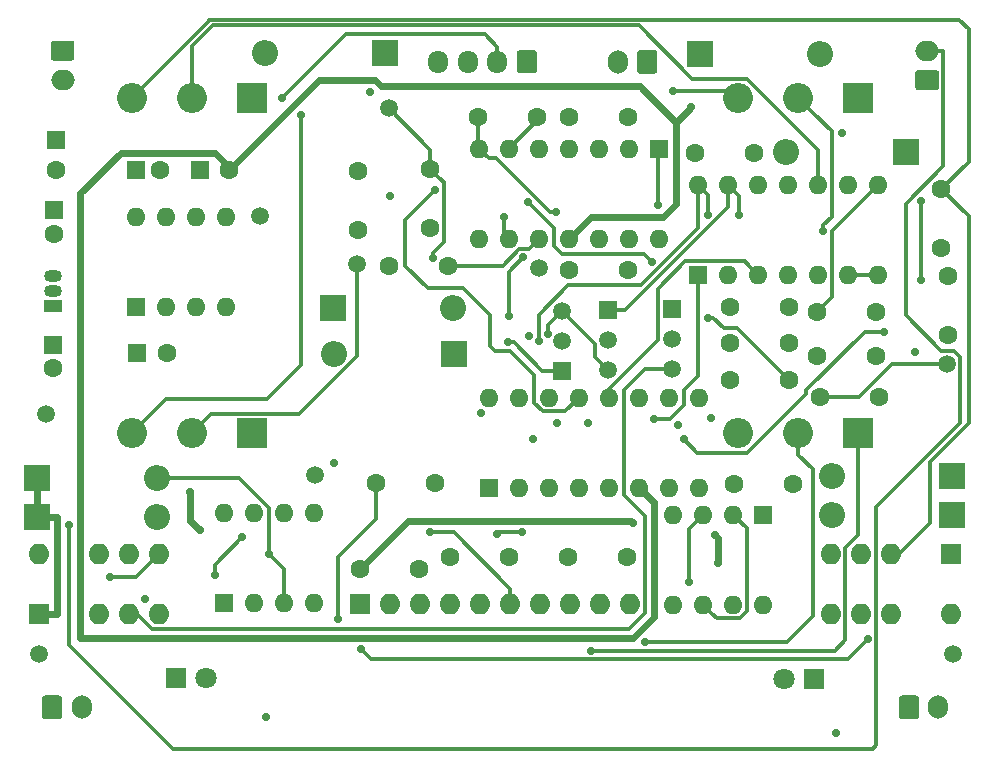
<source format=gbr>
G04 #@! TF.GenerationSoftware,KiCad,Pcbnew,(5.1.5-0-10_14)*
G04 #@! TF.CreationDate,2021-09-10T16:38:47+02:00*
G04 #@! TF.ProjectId,ms20verb,6d733230-7665-4726-922e-6b696361645f,rev?*
G04 #@! TF.SameCoordinates,Original*
G04 #@! TF.FileFunction,Copper,L1,Top*
G04 #@! TF.FilePolarity,Positive*
%FSLAX46Y46*%
G04 Gerber Fmt 4.6, Leading zero omitted, Abs format (unit mm)*
G04 Created by KiCad (PCBNEW (5.1.5-0-10_14)) date 2021-09-10 16:38:47*
%MOMM*%
%LPD*%
G04 APERTURE LIST*
%ADD10R,1.500000X1.500000*%
%ADD11C,1.500000*%
%ADD12R,2.200000X2.200000*%
%ADD13O,2.200000X2.200000*%
%ADD14C,1.600000*%
%ADD15O,1.700000X2.000000*%
%ADD16C,0.100000*%
%ADD17O,1.700000X1.950000*%
%ADD18O,2.000000X1.700000*%
%ADD19O,2.540000X2.540000*%
%ADD20R,2.540000X2.540000*%
%ADD21R,1.600000X1.600000*%
%ADD22O,1.778000X1.778000*%
%ADD23R,1.778000X1.778000*%
%ADD24O,1.500000X1.050000*%
%ADD25R,1.500000X1.050000*%
%ADD26O,1.600000X1.600000*%
%ADD27C,1.800000*%
%ADD28R,1.800000X1.800000*%
%ADD29C,0.700000*%
%ADD30C,0.300000*%
%ADD31C,0.600000*%
G04 APERTURE END LIST*
D10*
X115000000Y-97900000D03*
D11*
X115000000Y-102980000D03*
X115000000Y-100440000D03*
D12*
X90700000Y-76200000D03*
D13*
X80540000Y-76200000D03*
D14*
X120200000Y-112700000D03*
X125200000Y-112700000D03*
X94900000Y-112600000D03*
X89900000Y-112600000D03*
X111300000Y-81600000D03*
X106300000Y-81600000D03*
D15*
X137550000Y-131600000D03*
G04 #@! TA.AperFunction,ComponentPad*
D16*
G36*
X135674504Y-130601204D02*
G01*
X135698773Y-130604804D01*
X135722571Y-130610765D01*
X135745671Y-130619030D01*
X135767849Y-130629520D01*
X135788893Y-130642133D01*
X135808598Y-130656747D01*
X135826777Y-130673223D01*
X135843253Y-130691402D01*
X135857867Y-130711107D01*
X135870480Y-130732151D01*
X135880970Y-130754329D01*
X135889235Y-130777429D01*
X135895196Y-130801227D01*
X135898796Y-130825496D01*
X135900000Y-130850000D01*
X135900000Y-132350000D01*
X135898796Y-132374504D01*
X135895196Y-132398773D01*
X135889235Y-132422571D01*
X135880970Y-132445671D01*
X135870480Y-132467849D01*
X135857867Y-132488893D01*
X135843253Y-132508598D01*
X135826777Y-132526777D01*
X135808598Y-132543253D01*
X135788893Y-132557867D01*
X135767849Y-132570480D01*
X135745671Y-132580970D01*
X135722571Y-132589235D01*
X135698773Y-132595196D01*
X135674504Y-132598796D01*
X135650000Y-132600000D01*
X134450000Y-132600000D01*
X134425496Y-132598796D01*
X134401227Y-132595196D01*
X134377429Y-132589235D01*
X134354329Y-132580970D01*
X134332151Y-132570480D01*
X134311107Y-132557867D01*
X134291402Y-132543253D01*
X134273223Y-132526777D01*
X134256747Y-132508598D01*
X134242133Y-132488893D01*
X134229520Y-132467849D01*
X134219030Y-132445671D01*
X134210765Y-132422571D01*
X134204804Y-132398773D01*
X134201204Y-132374504D01*
X134200000Y-132350000D01*
X134200000Y-130850000D01*
X134201204Y-130825496D01*
X134204804Y-130801227D01*
X134210765Y-130777429D01*
X134219030Y-130754329D01*
X134229520Y-130732151D01*
X134242133Y-130711107D01*
X134256747Y-130691402D01*
X134273223Y-130673223D01*
X134291402Y-130656747D01*
X134311107Y-130642133D01*
X134332151Y-130629520D01*
X134354329Y-130619030D01*
X134377429Y-130610765D01*
X134401227Y-130604804D01*
X134425496Y-130601204D01*
X134450000Y-130600000D01*
X135650000Y-130600000D01*
X135674504Y-130601204D01*
G37*
G04 #@! TD.AperFunction*
D11*
X138800000Y-127100000D03*
G04 #@! TA.AperFunction,ComponentPad*
D16*
G36*
X63124504Y-130601204D02*
G01*
X63148773Y-130604804D01*
X63172571Y-130610765D01*
X63195671Y-130619030D01*
X63217849Y-130629520D01*
X63238893Y-130642133D01*
X63258598Y-130656747D01*
X63276777Y-130673223D01*
X63293253Y-130691402D01*
X63307867Y-130711107D01*
X63320480Y-130732151D01*
X63330970Y-130754329D01*
X63339235Y-130777429D01*
X63345196Y-130801227D01*
X63348796Y-130825496D01*
X63350000Y-130850000D01*
X63350000Y-132350000D01*
X63348796Y-132374504D01*
X63345196Y-132398773D01*
X63339235Y-132422571D01*
X63330970Y-132445671D01*
X63320480Y-132467849D01*
X63307867Y-132488893D01*
X63293253Y-132508598D01*
X63276777Y-132526777D01*
X63258598Y-132543253D01*
X63238893Y-132557867D01*
X63217849Y-132570480D01*
X63195671Y-132580970D01*
X63172571Y-132589235D01*
X63148773Y-132595196D01*
X63124504Y-132598796D01*
X63100000Y-132600000D01*
X61900000Y-132600000D01*
X61875496Y-132598796D01*
X61851227Y-132595196D01*
X61827429Y-132589235D01*
X61804329Y-132580970D01*
X61782151Y-132570480D01*
X61761107Y-132557867D01*
X61741402Y-132543253D01*
X61723223Y-132526777D01*
X61706747Y-132508598D01*
X61692133Y-132488893D01*
X61679520Y-132467849D01*
X61669030Y-132445671D01*
X61660765Y-132422571D01*
X61654804Y-132398773D01*
X61651204Y-132374504D01*
X61650000Y-132350000D01*
X61650000Y-130850000D01*
X61651204Y-130825496D01*
X61654804Y-130801227D01*
X61660765Y-130777429D01*
X61669030Y-130754329D01*
X61679520Y-130732151D01*
X61692133Y-130711107D01*
X61706747Y-130691402D01*
X61723223Y-130673223D01*
X61741402Y-130656747D01*
X61761107Y-130642133D01*
X61782151Y-130629520D01*
X61804329Y-130619030D01*
X61827429Y-130610765D01*
X61851227Y-130604804D01*
X61875496Y-130601204D01*
X61900000Y-130600000D01*
X63100000Y-130600000D01*
X63124504Y-130601204D01*
G37*
G04 #@! TD.AperFunction*
D15*
X65000000Y-131600000D03*
D14*
X121900000Y-84700000D03*
X116900000Y-84700000D03*
X132300000Y-101900000D03*
X127300000Y-101900000D03*
X119900000Y-97700000D03*
X124900000Y-97700000D03*
X137800000Y-92700000D03*
X137800000Y-87700000D03*
G04 #@! TA.AperFunction,ComponentPad*
D16*
G36*
X103324504Y-75976204D02*
G01*
X103348773Y-75979804D01*
X103372571Y-75985765D01*
X103395671Y-75994030D01*
X103417849Y-76004520D01*
X103438893Y-76017133D01*
X103458598Y-76031747D01*
X103476777Y-76048223D01*
X103493253Y-76066402D01*
X103507867Y-76086107D01*
X103520480Y-76107151D01*
X103530970Y-76129329D01*
X103539235Y-76152429D01*
X103545196Y-76176227D01*
X103548796Y-76200496D01*
X103550000Y-76225000D01*
X103550000Y-77675000D01*
X103548796Y-77699504D01*
X103545196Y-77723773D01*
X103539235Y-77747571D01*
X103530970Y-77770671D01*
X103520480Y-77792849D01*
X103507867Y-77813893D01*
X103493253Y-77833598D01*
X103476777Y-77851777D01*
X103458598Y-77868253D01*
X103438893Y-77882867D01*
X103417849Y-77895480D01*
X103395671Y-77905970D01*
X103372571Y-77914235D01*
X103348773Y-77920196D01*
X103324504Y-77923796D01*
X103300000Y-77925000D01*
X102100000Y-77925000D01*
X102075496Y-77923796D01*
X102051227Y-77920196D01*
X102027429Y-77914235D01*
X102004329Y-77905970D01*
X101982151Y-77895480D01*
X101961107Y-77882867D01*
X101941402Y-77868253D01*
X101923223Y-77851777D01*
X101906747Y-77833598D01*
X101892133Y-77813893D01*
X101879520Y-77792849D01*
X101869030Y-77770671D01*
X101860765Y-77747571D01*
X101854804Y-77723773D01*
X101851204Y-77699504D01*
X101850000Y-77675000D01*
X101850000Y-76225000D01*
X101851204Y-76200496D01*
X101854804Y-76176227D01*
X101860765Y-76152429D01*
X101869030Y-76129329D01*
X101879520Y-76107151D01*
X101892133Y-76086107D01*
X101906747Y-76066402D01*
X101923223Y-76048223D01*
X101941402Y-76031747D01*
X101961107Y-76017133D01*
X101982151Y-76004520D01*
X102004329Y-75994030D01*
X102027429Y-75985765D01*
X102051227Y-75979804D01*
X102075496Y-75976204D01*
X102100000Y-75975000D01*
X103300000Y-75975000D01*
X103324504Y-75976204D01*
G37*
G04 #@! TD.AperFunction*
D17*
X100200000Y-76950000D03*
X97700000Y-76950000D03*
X95200000Y-76950000D03*
G04 #@! TA.AperFunction,ComponentPad*
D16*
G36*
X113524504Y-75951204D02*
G01*
X113548773Y-75954804D01*
X113572571Y-75960765D01*
X113595671Y-75969030D01*
X113617849Y-75979520D01*
X113638893Y-75992133D01*
X113658598Y-76006747D01*
X113676777Y-76023223D01*
X113693253Y-76041402D01*
X113707867Y-76061107D01*
X113720480Y-76082151D01*
X113730970Y-76104329D01*
X113739235Y-76127429D01*
X113745196Y-76151227D01*
X113748796Y-76175496D01*
X113750000Y-76200000D01*
X113750000Y-77700000D01*
X113748796Y-77724504D01*
X113745196Y-77748773D01*
X113739235Y-77772571D01*
X113730970Y-77795671D01*
X113720480Y-77817849D01*
X113707867Y-77838893D01*
X113693253Y-77858598D01*
X113676777Y-77876777D01*
X113658598Y-77893253D01*
X113638893Y-77907867D01*
X113617849Y-77920480D01*
X113595671Y-77930970D01*
X113572571Y-77939235D01*
X113548773Y-77945196D01*
X113524504Y-77948796D01*
X113500000Y-77950000D01*
X112300000Y-77950000D01*
X112275496Y-77948796D01*
X112251227Y-77945196D01*
X112227429Y-77939235D01*
X112204329Y-77930970D01*
X112182151Y-77920480D01*
X112161107Y-77907867D01*
X112141402Y-77893253D01*
X112123223Y-77876777D01*
X112106747Y-77858598D01*
X112092133Y-77838893D01*
X112079520Y-77817849D01*
X112069030Y-77795671D01*
X112060765Y-77772571D01*
X112054804Y-77748773D01*
X112051204Y-77724504D01*
X112050000Y-77700000D01*
X112050000Y-76200000D01*
X112051204Y-76175496D01*
X112054804Y-76151227D01*
X112060765Y-76127429D01*
X112069030Y-76104329D01*
X112079520Y-76082151D01*
X112092133Y-76061107D01*
X112106747Y-76041402D01*
X112123223Y-76023223D01*
X112141402Y-76006747D01*
X112161107Y-75992133D01*
X112182151Y-75979520D01*
X112204329Y-75969030D01*
X112227429Y-75960765D01*
X112251227Y-75954804D01*
X112275496Y-75951204D01*
X112300000Y-75950000D01*
X113500000Y-75950000D01*
X113524504Y-75951204D01*
G37*
G04 #@! TD.AperFunction*
D15*
X110400000Y-76950000D03*
G04 #@! TA.AperFunction,ComponentPad*
D16*
G36*
X64174504Y-75151204D02*
G01*
X64198773Y-75154804D01*
X64222571Y-75160765D01*
X64245671Y-75169030D01*
X64267849Y-75179520D01*
X64288893Y-75192133D01*
X64308598Y-75206747D01*
X64326777Y-75223223D01*
X64343253Y-75241402D01*
X64357867Y-75261107D01*
X64370480Y-75282151D01*
X64380970Y-75304329D01*
X64389235Y-75327429D01*
X64395196Y-75351227D01*
X64398796Y-75375496D01*
X64400000Y-75400000D01*
X64400000Y-76600000D01*
X64398796Y-76624504D01*
X64395196Y-76648773D01*
X64389235Y-76672571D01*
X64380970Y-76695671D01*
X64370480Y-76717849D01*
X64357867Y-76738893D01*
X64343253Y-76758598D01*
X64326777Y-76776777D01*
X64308598Y-76793253D01*
X64288893Y-76807867D01*
X64267849Y-76820480D01*
X64245671Y-76830970D01*
X64222571Y-76839235D01*
X64198773Y-76845196D01*
X64174504Y-76848796D01*
X64150000Y-76850000D01*
X62650000Y-76850000D01*
X62625496Y-76848796D01*
X62601227Y-76845196D01*
X62577429Y-76839235D01*
X62554329Y-76830970D01*
X62532151Y-76820480D01*
X62511107Y-76807867D01*
X62491402Y-76793253D01*
X62473223Y-76776777D01*
X62456747Y-76758598D01*
X62442133Y-76738893D01*
X62429520Y-76717849D01*
X62419030Y-76695671D01*
X62410765Y-76672571D01*
X62404804Y-76648773D01*
X62401204Y-76624504D01*
X62400000Y-76600000D01*
X62400000Y-75400000D01*
X62401204Y-75375496D01*
X62404804Y-75351227D01*
X62410765Y-75327429D01*
X62419030Y-75304329D01*
X62429520Y-75282151D01*
X62442133Y-75261107D01*
X62456747Y-75241402D01*
X62473223Y-75223223D01*
X62491402Y-75206747D01*
X62511107Y-75192133D01*
X62532151Y-75179520D01*
X62554329Y-75169030D01*
X62577429Y-75160765D01*
X62601227Y-75154804D01*
X62625496Y-75151204D01*
X62650000Y-75150000D01*
X64150000Y-75150000D01*
X64174504Y-75151204D01*
G37*
G04 #@! TD.AperFunction*
D18*
X63400000Y-78500000D03*
D19*
X120580000Y-108420000D03*
X125660000Y-108420000D03*
D20*
X130740000Y-108420000D03*
D14*
X124900000Y-100800000D03*
X119900000Y-100800000D03*
X132500000Y-105300000D03*
X127500000Y-105300000D03*
X103600000Y-81600000D03*
X98600000Y-81600000D03*
D18*
X136600000Y-76000000D03*
G04 #@! TA.AperFunction,ComponentPad*
D16*
G36*
X137374504Y-77651204D02*
G01*
X137398773Y-77654804D01*
X137422571Y-77660765D01*
X137445671Y-77669030D01*
X137467849Y-77679520D01*
X137488893Y-77692133D01*
X137508598Y-77706747D01*
X137526777Y-77723223D01*
X137543253Y-77741402D01*
X137557867Y-77761107D01*
X137570480Y-77782151D01*
X137580970Y-77804329D01*
X137589235Y-77827429D01*
X137595196Y-77851227D01*
X137598796Y-77875496D01*
X137600000Y-77900000D01*
X137600000Y-79100000D01*
X137598796Y-79124504D01*
X137595196Y-79148773D01*
X137589235Y-79172571D01*
X137580970Y-79195671D01*
X137570480Y-79217849D01*
X137557867Y-79238893D01*
X137543253Y-79258598D01*
X137526777Y-79276777D01*
X137508598Y-79293253D01*
X137488893Y-79307867D01*
X137467849Y-79320480D01*
X137445671Y-79330970D01*
X137422571Y-79339235D01*
X137398773Y-79345196D01*
X137374504Y-79348796D01*
X137350000Y-79350000D01*
X135850000Y-79350000D01*
X135825496Y-79348796D01*
X135801227Y-79345196D01*
X135777429Y-79339235D01*
X135754329Y-79330970D01*
X135732151Y-79320480D01*
X135711107Y-79307867D01*
X135691402Y-79293253D01*
X135673223Y-79276777D01*
X135656747Y-79258598D01*
X135642133Y-79238893D01*
X135629520Y-79217849D01*
X135619030Y-79195671D01*
X135610765Y-79172571D01*
X135604804Y-79148773D01*
X135601204Y-79124504D01*
X135600000Y-79100000D01*
X135600000Y-77900000D01*
X135601204Y-77875496D01*
X135604804Y-77851227D01*
X135610765Y-77827429D01*
X135619030Y-77804329D01*
X135629520Y-77782151D01*
X135642133Y-77761107D01*
X135656747Y-77741402D01*
X135673223Y-77723223D01*
X135691402Y-77706747D01*
X135711107Y-77692133D01*
X135732151Y-77679520D01*
X135754329Y-77669030D01*
X135777429Y-77660765D01*
X135801227Y-77654804D01*
X135825496Y-77651204D01*
X135850000Y-77650000D01*
X137350000Y-77650000D01*
X137374504Y-77651204D01*
G37*
G04 #@! TD.AperFunction*
D19*
X69260000Y-108420000D03*
X74340000Y-108420000D03*
D20*
X79420000Y-108420000D03*
D14*
X96000000Y-94200000D03*
X91000000Y-94200000D03*
X132300000Y-98100000D03*
X127300000Y-98100000D03*
X94500000Y-86000000D03*
X94500000Y-91000000D03*
X106300000Y-94600000D03*
X111300000Y-94600000D03*
D21*
X62800000Y-83600000D03*
D14*
X62800000Y-86100000D03*
D13*
X86340000Y-101700000D03*
D12*
X96500000Y-101700000D03*
D13*
X96460000Y-97800000D03*
D12*
X86300000Y-97800000D03*
D13*
X127560000Y-76300000D03*
D12*
X117400000Y-76300000D03*
D13*
X124640000Y-84600000D03*
D12*
X134800000Y-84600000D03*
D22*
X138600000Y-123700000D03*
X133520000Y-123700000D03*
X130980000Y-123700000D03*
X128440000Y-123700000D03*
X128440000Y-118620000D03*
X130980000Y-118620000D03*
X133520000Y-118620000D03*
D23*
X138600000Y-118620000D03*
D22*
X61400000Y-118620000D03*
X66480000Y-118620000D03*
X69020000Y-118620000D03*
X71560000Y-118620000D03*
X71560000Y-123700000D03*
X69020000Y-123700000D03*
X66480000Y-123700000D03*
D23*
X61400000Y-123700000D03*
D10*
X109600000Y-98000000D03*
D11*
X109600000Y-103080000D03*
X109600000Y-100540000D03*
D10*
X105700000Y-103100000D03*
D11*
X105700000Y-98020000D03*
X105700000Y-100560000D03*
X91000000Y-80900000D03*
D24*
X62600000Y-96330000D03*
X62600000Y-95060000D03*
D25*
X62600000Y-97600000D03*
D14*
X138400000Y-100100000D03*
X138400000Y-95100000D03*
X119900000Y-103900000D03*
X124900000Y-103900000D03*
D26*
X113900000Y-91920000D03*
X98660000Y-84300000D03*
X111360000Y-91920000D03*
X101200000Y-84300000D03*
X108820000Y-91920000D03*
X103740000Y-84300000D03*
X106280000Y-91920000D03*
X106280000Y-84300000D03*
X103740000Y-91920000D03*
X108820000Y-84300000D03*
X101200000Y-91920000D03*
X111360000Y-84300000D03*
X98660000Y-91920000D03*
D21*
X113900000Y-84300000D03*
D26*
X117200000Y-87380000D03*
X132440000Y-95000000D03*
X119740000Y-87380000D03*
X129900000Y-95000000D03*
X122280000Y-87380000D03*
X127360000Y-95000000D03*
X124820000Y-87380000D03*
X124820000Y-95000000D03*
X127360000Y-87380000D03*
X122280000Y-95000000D03*
X129900000Y-87380000D03*
X119740000Y-95000000D03*
X132440000Y-87380000D03*
D21*
X117200000Y-95000000D03*
D26*
X99500000Y-105380000D03*
X117280000Y-113000000D03*
X102040000Y-105380000D03*
X114740000Y-113000000D03*
X104580000Y-105380000D03*
X112200000Y-113000000D03*
X107120000Y-105380000D03*
X109660000Y-113000000D03*
X109660000Y-105380000D03*
X107120000Y-113000000D03*
X112200000Y-105380000D03*
X104580000Y-113000000D03*
X114740000Y-105380000D03*
X102040000Y-113000000D03*
X117280000Y-105380000D03*
D21*
X99500000Y-113000000D03*
X69600000Y-97700000D03*
D26*
X77220000Y-90080000D03*
X72140000Y-97700000D03*
X74680000Y-90080000D03*
X74680000Y-97700000D03*
X72140000Y-90080000D03*
X77220000Y-97700000D03*
X69600000Y-90080000D03*
X77100000Y-115180000D03*
X84720000Y-122800000D03*
X79640000Y-115180000D03*
X82180000Y-122800000D03*
X82180000Y-115180000D03*
X79640000Y-122800000D03*
X84720000Y-115180000D03*
D21*
X77100000Y-122800000D03*
D26*
X122700000Y-122920000D03*
X115080000Y-115300000D03*
X120160000Y-122920000D03*
X117620000Y-115300000D03*
X117620000Y-122920000D03*
X120160000Y-115300000D03*
X115080000Y-122920000D03*
D21*
X122700000Y-115300000D03*
D11*
X80100000Y-90000000D03*
X62000000Y-106800000D03*
X84800000Y-111900000D03*
X88300000Y-94100000D03*
X61400000Y-127100000D03*
X103700000Y-94400000D03*
X138300000Y-102500000D03*
D23*
X88570000Y-122825000D03*
D22*
X91110000Y-122825000D03*
X93650000Y-122825000D03*
X96190000Y-122825000D03*
X98730000Y-122825000D03*
X101270000Y-122825000D03*
X103810000Y-122825000D03*
X106350000Y-122825000D03*
X108890000Y-122825000D03*
X111430000Y-122825000D03*
D13*
X71360000Y-112200000D03*
D12*
X61200000Y-112200000D03*
D27*
X75540000Y-129100000D03*
D28*
X73000000Y-129100000D03*
D13*
X71360000Y-115500000D03*
D12*
X61200000Y-115500000D03*
D27*
X124460000Y-129200000D03*
D28*
X127000000Y-129200000D03*
D13*
X128540000Y-115300000D03*
D12*
X138700000Y-115300000D03*
D13*
X128540000Y-112000000D03*
D12*
X138700000Y-112000000D03*
D21*
X75000000Y-86100000D03*
D14*
X77500000Y-86100000D03*
D21*
X62600000Y-100900000D03*
D14*
X62600000Y-102900000D03*
D21*
X69700000Y-101600000D03*
D14*
X72200000Y-101600000D03*
D21*
X62700000Y-89500000D03*
D14*
X62700000Y-91500000D03*
D21*
X69600000Y-86100000D03*
D14*
X71600000Y-86100000D03*
X93600000Y-119900000D03*
X88600000Y-119900000D03*
X88400000Y-86200000D03*
X88400000Y-91200000D03*
X111200000Y-118900000D03*
X106200000Y-118900000D03*
X96200000Y-118900000D03*
X101200000Y-118900000D03*
D20*
X130740000Y-80000000D03*
D19*
X125660000Y-80000000D03*
X120580000Y-80000000D03*
X69260000Y-80000000D03*
X74340000Y-80000000D03*
D20*
X79420000Y-80000000D03*
D29*
X76275025Y-120424975D03*
X78600000Y-117200000D03*
X135600000Y-101500000D03*
X91100000Y-88300000D03*
X105246416Y-107501037D03*
X107900000Y-107500000D03*
X115500000Y-107700000D03*
X86400000Y-110900000D03*
X129400000Y-83000000D03*
X89400000Y-79500000D03*
X118316551Y-107134076D03*
X128900000Y-133800000D03*
X80600000Y-132400000D03*
X70400000Y-122400000D03*
X102900000Y-100200000D03*
X102800000Y-88800000D03*
X118000000Y-98600000D03*
X113305025Y-93905025D03*
X136094975Y-95394975D03*
X136099996Y-88700000D03*
X113792525Y-89107475D03*
X105194975Y-89694975D03*
X100800000Y-90069999D03*
X94790660Y-93599999D03*
X98784203Y-106705470D03*
X103200000Y-108900000D03*
X116615010Y-80800000D03*
X118055025Y-89955025D03*
X103704986Y-100602493D03*
X120700000Y-89899990D03*
X75000000Y-116600000D03*
X74200000Y-113400006D03*
X111655759Y-115993217D03*
X118900000Y-119400000D03*
X118600000Y-116979979D03*
X94500000Y-116799999D03*
X86700000Y-124100000D03*
X88700000Y-126700000D03*
X131580999Y-125800000D03*
X80900000Y-118600000D03*
X116400000Y-121000000D03*
X112700000Y-126100000D03*
X108100000Y-126800000D03*
X102282530Y-116800000D03*
X100190024Y-116909976D03*
X63900000Y-116200000D03*
X83600000Y-81430000D03*
X82000000Y-80000000D03*
X67400000Y-120600000D03*
X104500000Y-100009999D03*
X102400006Y-93500000D03*
X101160363Y-98455056D03*
X101100000Y-100700001D03*
X115095010Y-79400000D03*
X127800000Y-91300000D03*
X94950001Y-87800000D03*
X113500000Y-107200000D03*
X132900000Y-99800000D03*
X115973775Y-108926225D03*
D30*
X76275025Y-119524975D02*
X78600000Y-117200000D01*
X76275025Y-120424975D02*
X76275025Y-119524975D01*
X110899999Y-104755999D02*
X112675998Y-102980000D01*
X69020000Y-123700000D02*
X69726278Y-123700000D01*
X69726278Y-123700000D02*
X70965279Y-124939001D01*
X113939340Y-102980000D02*
X115000000Y-102980000D01*
X70965279Y-124939001D02*
X111360999Y-124939001D01*
X111360999Y-124939001D02*
X112669001Y-123630999D01*
X112669001Y-123630999D02*
X112669001Y-115393003D01*
X112669001Y-115393003D02*
X110899999Y-113624001D01*
X110899999Y-113624001D02*
X110899999Y-104755999D01*
X112675998Y-102980000D02*
X113939340Y-102980000D01*
X118000000Y-98600000D02*
X118494974Y-98600000D01*
X118494974Y-98600000D02*
X119424973Y-99529999D01*
X124100001Y-103100001D02*
X124900000Y-103900000D01*
X119424973Y-99529999D02*
X120529999Y-99529999D01*
X120529999Y-99529999D02*
X124100001Y-103100001D01*
X102800000Y-88800000D02*
X105009999Y-91009999D01*
X105670399Y-93190001D02*
X112590001Y-93190001D01*
X105009999Y-91009999D02*
X105009999Y-92529601D01*
X105009999Y-92529601D02*
X105670399Y-93190001D01*
X112590001Y-93190001D02*
X113305025Y-93905025D01*
X136094975Y-95394975D02*
X136094975Y-88705021D01*
X136094975Y-88705021D02*
X136099996Y-88700000D01*
X130797998Y-105300000D02*
X128631370Y-105300000D01*
X133597998Y-102500000D02*
X130797998Y-105300000D01*
X128631370Y-105300000D02*
X127500000Y-105300000D01*
X138300000Y-102500000D02*
X133597998Y-102500000D01*
X113792525Y-84407475D02*
X113900000Y-84300000D01*
X113792525Y-89107475D02*
X113792525Y-84407475D01*
X101200000Y-84300000D02*
X103600000Y-81900000D01*
X100105025Y-85099999D02*
X99459999Y-85099999D01*
X104700001Y-89694975D02*
X100105025Y-85099999D01*
X99459999Y-85099999D02*
X98660000Y-84300000D01*
X105194975Y-89694975D02*
X104700001Y-89694975D01*
X98600000Y-84240000D02*
X98660000Y-84300000D01*
X98600000Y-81600000D02*
X98600000Y-84240000D01*
X97131370Y-94200000D02*
X96000000Y-94200000D01*
X102064005Y-92799999D02*
X100664004Y-94200000D01*
X102860001Y-92799999D02*
X102064005Y-92799999D01*
X100664004Y-94200000D02*
X97131370Y-94200000D01*
X103740000Y-91920000D02*
X102860001Y-92799999D01*
X100800000Y-91520000D02*
X101200000Y-91920000D01*
X100800000Y-90069999D02*
X100800000Y-91520000D01*
X94500000Y-84400000D02*
X91000000Y-80900000D01*
X94500000Y-86000000D02*
X94500000Y-84400000D01*
X95299999Y-86799999D02*
X94500000Y-86000000D01*
X95650001Y-87150001D02*
X95299999Y-86799999D01*
X95650001Y-92245684D02*
X95650001Y-87150001D01*
X94790660Y-93105025D02*
X95650001Y-92245684D01*
X94790660Y-93599999D02*
X94790660Y-93105025D01*
D31*
X114258126Y-90077476D02*
X115320001Y-89015601D01*
X108122524Y-90077476D02*
X114258126Y-90077476D01*
X115320001Y-82095009D02*
X116615010Y-80800000D01*
X115320001Y-89015601D02*
X115320001Y-82095009D01*
X106280000Y-91920000D02*
X108122524Y-90077476D01*
X78299999Y-85300001D02*
X77500000Y-86100000D01*
X85070001Y-78529999D02*
X78299999Y-85300001D01*
X90370001Y-79034399D02*
X89865601Y-78529999D01*
X112259391Y-79034399D02*
X90370001Y-79034399D01*
X89865601Y-78529999D02*
X85070001Y-78529999D01*
X115320001Y-82095009D02*
X112259391Y-79034399D01*
X77500000Y-85879999D02*
X77500000Y-86100000D01*
X64900000Y-88083998D02*
X68303999Y-84679999D01*
X111679947Y-125709011D02*
X64900000Y-125709011D01*
X113439010Y-123949948D02*
X111679947Y-125709011D01*
X76300000Y-84679999D02*
X77500000Y-85879999D01*
X113439011Y-114239011D02*
X113439010Y-123949948D01*
X68303999Y-84679999D02*
X76300000Y-84679999D01*
X64900000Y-125709011D02*
X64900000Y-88083998D01*
X112200000Y-113000000D02*
X113439011Y-114239011D01*
D30*
X121480001Y-94200001D02*
X122280000Y-95000000D01*
X121129999Y-93849999D02*
X121480001Y-94200001D01*
X116119999Y-93849999D02*
X121129999Y-93849999D01*
X113779999Y-96189999D02*
X116119999Y-93849999D01*
X113779999Y-100528003D02*
X113779999Y-96189999D01*
X109660000Y-104648002D02*
X113779999Y-100528003D01*
X109660000Y-105380000D02*
X109660000Y-104648002D01*
X131640001Y-88179999D02*
X132440000Y-87380000D01*
X128510001Y-91309999D02*
X131640001Y-88179999D01*
X128510001Y-96889999D02*
X128510001Y-91309999D01*
X127300000Y-98100000D02*
X128510001Y-96889999D01*
X118055025Y-88235025D02*
X117200000Y-87380000D01*
X118055025Y-89955025D02*
X118055025Y-88235025D01*
X117200000Y-91046052D02*
X117200000Y-88511370D01*
X117200000Y-88511370D02*
X117200000Y-87380000D01*
X106221997Y-95870001D02*
X112376051Y-95870001D01*
X103704986Y-98387012D02*
X106221997Y-95870001D01*
X112376051Y-95870001D02*
X117200000Y-91046052D01*
X103704986Y-100602493D02*
X103704986Y-98387012D01*
X119740000Y-88511370D02*
X119740000Y-87380000D01*
X119740000Y-89260000D02*
X119740000Y-88511370D01*
X111000000Y-98000000D02*
X119740000Y-89260000D01*
X109600000Y-98000000D02*
X111000000Y-98000000D01*
X120700000Y-88340000D02*
X120700000Y-89899990D01*
X119740000Y-87380000D02*
X120700000Y-88340000D01*
X132440000Y-95000000D02*
X129900000Y-95000000D01*
X75800000Y-73460000D02*
X69260000Y-80000000D01*
X75800000Y-73375010D02*
X75800000Y-73460000D01*
X139275010Y-73375010D02*
X75800000Y-73375010D01*
X140100000Y-74200000D02*
X139275010Y-73375010D01*
X140100000Y-85400000D02*
X140100000Y-74200000D01*
X137800000Y-87700000D02*
X140100000Y-85400000D01*
X136800000Y-116000000D02*
X134180000Y-118620000D01*
X137800000Y-87700000D02*
X140100000Y-90000000D01*
X136800000Y-110853998D02*
X136800000Y-116000000D01*
X140100000Y-90000000D02*
X140100000Y-107553998D01*
X134180000Y-118620000D02*
X133520000Y-118620000D01*
X140100000Y-107553998D02*
X136800000Y-110853998D01*
D31*
X75000000Y-116600000D02*
X74200000Y-115800000D01*
X74200000Y-115800000D02*
X74200000Y-113400006D01*
X88600000Y-119900000D02*
X92670001Y-115829999D01*
X92670001Y-115829999D02*
X111492541Y-115829999D01*
X111492541Y-115829999D02*
X111655759Y-115993217D01*
X118900000Y-117279979D02*
X118600000Y-116979979D01*
X118900000Y-119400000D02*
X118900000Y-117279979D01*
D30*
X96502234Y-116799999D02*
X94500000Y-116799999D01*
X101270000Y-121567765D02*
X96502234Y-116799999D01*
X101270000Y-122825000D02*
X101270000Y-121567765D01*
X89900000Y-112600000D02*
X89900000Y-115700000D01*
X86700000Y-118900000D02*
X86700000Y-124100000D01*
X89900000Y-115700000D02*
X86700000Y-118900000D01*
X129880998Y-127500001D02*
X131580999Y-125800000D01*
X89500001Y-127500001D02*
X129880998Y-127500001D01*
X88700000Y-126700000D02*
X89500001Y-127500001D01*
D31*
X61200000Y-112200000D02*
X61200000Y-115500000D01*
X62909001Y-115509001D02*
X62909001Y-123679999D01*
X62889000Y-123700000D02*
X61400000Y-123700000D01*
X62909001Y-123679999D02*
X62889000Y-123700000D01*
X62900000Y-115500000D02*
X62909001Y-115509001D01*
X61200000Y-115500000D02*
X62900000Y-115500000D01*
D30*
X82180000Y-119880000D02*
X80900000Y-118600000D01*
X82180000Y-122800000D02*
X82180000Y-119880000D01*
X72915634Y-112200000D02*
X71360000Y-112200000D01*
X80900000Y-114737998D02*
X78362002Y-112200000D01*
X78362002Y-112200000D02*
X72915634Y-112200000D01*
X80900000Y-118600000D02*
X80900000Y-114737998D01*
X116400000Y-116520000D02*
X117620000Y-115300000D01*
X116400000Y-121000000D02*
X116400000Y-116520000D01*
X125660000Y-110216051D02*
X126900000Y-111456051D01*
X125660000Y-108420000D02*
X125660000Y-110216051D01*
X126900000Y-111456051D02*
X126900000Y-123900000D01*
X124700000Y-126100000D02*
X112700000Y-126100000D01*
X126900000Y-123900000D02*
X124700000Y-126100000D01*
X129679001Y-118087277D02*
X129679001Y-125920999D01*
X108594974Y-126800000D02*
X108100000Y-126800000D01*
X130740000Y-117026278D02*
X129679001Y-118087277D01*
X128800000Y-126800000D02*
X108594974Y-126800000D01*
X129679001Y-125920999D02*
X128800000Y-126800000D01*
X130740000Y-108420000D02*
X130740000Y-117026278D01*
X100300000Y-116800000D02*
X100190024Y-116909976D01*
X102282530Y-116800000D02*
X100300000Y-116800000D01*
X134800000Y-98428000D02*
X137771999Y-101399999D01*
X132280999Y-134819001D02*
X131975010Y-135124990D01*
X136600000Y-76000000D02*
X137900000Y-76000000D01*
X137900000Y-76000000D02*
X137950010Y-76050010D01*
X137950010Y-76050010D02*
X137950010Y-85813984D01*
X137950010Y-85813984D02*
X134800000Y-88963994D01*
X132280999Y-114665879D02*
X132280999Y-134819001D01*
X134800000Y-88963994D02*
X134800000Y-98428000D01*
X138828001Y-101399999D02*
X139400001Y-101971999D01*
X137771999Y-101399999D02*
X138828001Y-101399999D01*
X63900000Y-116694974D02*
X63900000Y-116200000D01*
X139400001Y-101971999D02*
X139400001Y-107546877D01*
X63900000Y-126288958D02*
X63900000Y-116694974D01*
X139400001Y-107546877D02*
X132280999Y-114665879D01*
X131975010Y-135124990D02*
X72736032Y-135124990D01*
X72736032Y-135124990D02*
X63900000Y-126288958D01*
X118419999Y-123719999D02*
X117620000Y-122920000D01*
X120712001Y-124070001D02*
X118770001Y-124070001D01*
X121310001Y-123472001D02*
X120712001Y-124070001D01*
X121310001Y-116450001D02*
X121310001Y-123472001D01*
X118770001Y-124070001D02*
X118419999Y-123719999D01*
X120160000Y-115300000D02*
X121310001Y-116450001D01*
X100200000Y-75675000D02*
X100200000Y-76950000D01*
X99154999Y-74629999D02*
X100200000Y-75675000D01*
X87370001Y-74629999D02*
X99154999Y-74629999D01*
X82000000Y-80000000D02*
X87370001Y-74629999D01*
X83600000Y-86600000D02*
X83600000Y-81430000D01*
X80700000Y-105500000D02*
X83600000Y-102600000D01*
X83600000Y-102600000D02*
X83600000Y-86600000D01*
X72180000Y-105500000D02*
X80700000Y-105500000D01*
X69260000Y-108420000D02*
X72180000Y-105500000D01*
X69580000Y-120600000D02*
X71560000Y-118620000D01*
X67400000Y-120600000D02*
X69580000Y-120600000D01*
X106449999Y-98769999D02*
X105700000Y-98020000D01*
X108499999Y-100819999D02*
X106449999Y-98769999D01*
X108499999Y-101979999D02*
X108499999Y-100819999D01*
X109600000Y-103080000D02*
X108499999Y-101979999D01*
X104500000Y-99220000D02*
X105700000Y-98020000D01*
X104500000Y-100009999D02*
X104500000Y-99220000D01*
X101160363Y-94739643D02*
X102400006Y-93500000D01*
X101160363Y-98455056D02*
X101160363Y-94739643D01*
X104650000Y-103100000D02*
X105700000Y-103100000D01*
X101594974Y-100700001D02*
X103994973Y-103100000D01*
X103994973Y-103100000D02*
X104650000Y-103100000D01*
X101100000Y-100700001D02*
X101594974Y-100700001D01*
X119980000Y-79400000D02*
X120580000Y-80000000D01*
X115095010Y-79400000D02*
X119980000Y-79400000D01*
X126929999Y-81269999D02*
X125660000Y-80000000D01*
X128510001Y-90095025D02*
X128510001Y-82850001D01*
X128510001Y-82850001D02*
X126929999Y-81269999D01*
X127800000Y-90805026D02*
X128510001Y-90095025D01*
X127800000Y-91300000D02*
X127800000Y-90805026D01*
X92400000Y-90350001D02*
X94950001Y-87800000D01*
X92400000Y-94200000D02*
X92400000Y-90350001D01*
X105969999Y-106530001D02*
X104027999Y-106530001D01*
X94300000Y-96100000D02*
X92400000Y-94200000D01*
X97302000Y-96100000D02*
X94300000Y-96100000D01*
X104027999Y-106530001D02*
X103299999Y-105802001D01*
X99599999Y-98397999D02*
X97302000Y-96100000D01*
X99963999Y-101400001D02*
X99599999Y-101036001D01*
X101236001Y-101400001D02*
X99963999Y-101400001D01*
X103299999Y-103463999D02*
X101236001Y-101400001D01*
X99599999Y-101036001D02*
X99599999Y-98397999D01*
X103299999Y-105802001D02*
X103299999Y-103463999D01*
X107120000Y-105380000D02*
X105969999Y-106530001D01*
X88300000Y-101886002D02*
X88300000Y-95160660D01*
X88300000Y-95160660D02*
X88300000Y-94100000D01*
X83386003Y-106799999D02*
X88300000Y-101886002D01*
X75960001Y-106799999D02*
X83386003Y-106799999D01*
X74340000Y-108420000D02*
X75960001Y-106799999D01*
X116010001Y-105989601D02*
X114799602Y-107200000D01*
X116010001Y-104770399D02*
X116010001Y-105989601D01*
X117200000Y-103580400D02*
X116010001Y-104770399D01*
X114799602Y-107200000D02*
X113500000Y-107200000D01*
X117200000Y-95000000D02*
X117200000Y-103580400D01*
X132900000Y-99800000D02*
X131297998Y-99800000D01*
X131297998Y-99800000D02*
X126349999Y-104747999D01*
X126349999Y-104747999D02*
X126349999Y-105047603D01*
X126349999Y-105047603D02*
X121357601Y-110040001D01*
X121357601Y-110040001D02*
X117087551Y-110040001D01*
X117087551Y-110040001D02*
X115973775Y-108926225D01*
X127360000Y-84382398D02*
X127360000Y-86248630D01*
X116679999Y-78379999D02*
X121357601Y-78379999D01*
X76092100Y-73875020D02*
X112175020Y-73875020D01*
X112175020Y-73875020D02*
X116679999Y-78379999D01*
X127360000Y-86248630D02*
X127360000Y-87380000D01*
X74340000Y-75627120D02*
X76092100Y-73875020D01*
X121357601Y-78379999D02*
X127360000Y-84382398D01*
X74340000Y-80000000D02*
X74340000Y-75627120D01*
M02*

</source>
